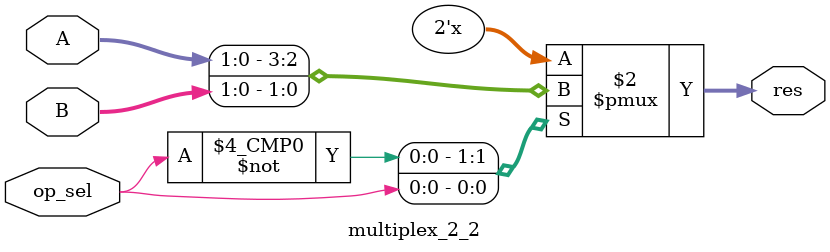
<source format=v>
module multiplex_2_2(input [1:0] A, input [1:0] B, input op_sel, output reg [1:0] res);

always @(op_sel, A, B) begin
case (op_sel)
0://left
	res = A;
1://right
	res = B;
endcase
end

endmodule

</source>
